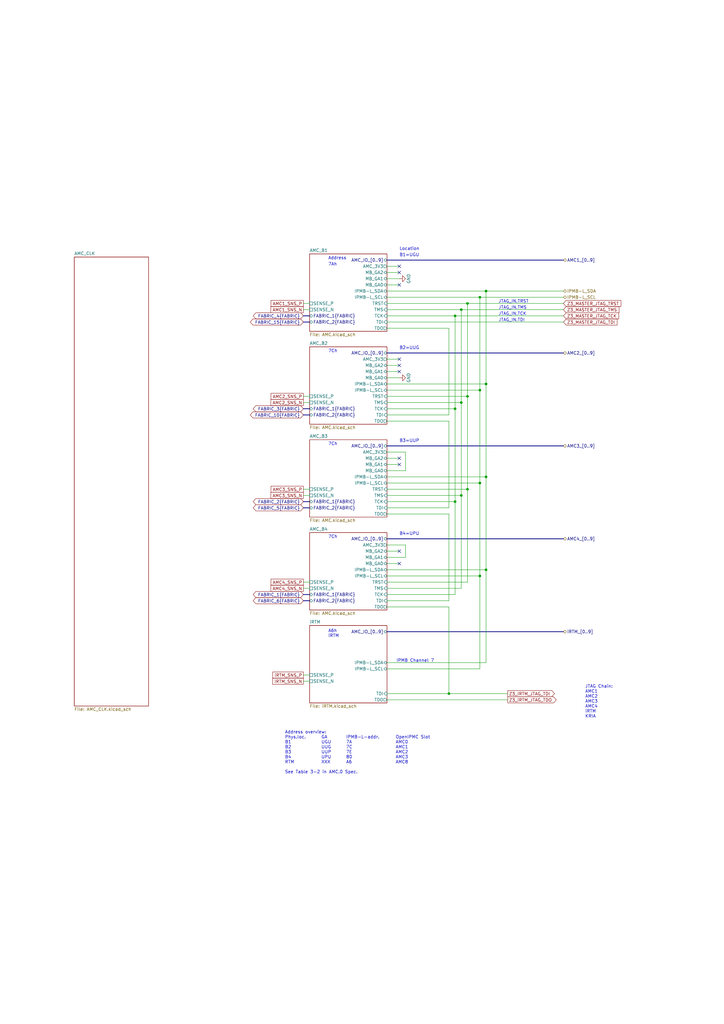
<source format=kicad_sch>
(kicad_sch (version 20211123) (generator eeschema)
  (paper "A3" portrait)
  (title_block (title "ATCA Template") (date "2023-01-05") (rev "1.0") (company "Karlsruhe Institute of Technology (KIT)") (comment 1 "Carsten Schmerbeck") (comment 2 "Luis Ardila") (comment 4 "Licensed under CERN-OHL-P v2"))
  (lib_symbols
    (symbol "power:GND" (power) (pin_names (offset 0))
      (property "Value" "GND" (at 0 -3.81 0))
      (symbol "GND_0_1"
        (polyline (pts (xy 0 0) (xy 0 -1.27) (xy 1.27 -1.27) (xy 0 -2.54) (xy -1.27 -1.27) (xy 0 -1.27)))
      )
      (symbol "GND_1_1"
        (pin power_in line (at 0 0 270) (length 0) hide (name "GND") (number "1"))
      )
    )
  )
  (bus_alias "FABRIC" (members "MB_RX0+" "MB_RX0-" "MB_RX1+" "MB_RX1-" "MB_RX2+" "MB_RX2-" "MB_RX3+" "MB_RX3-" "MB_TX0+" "MB_TX0-" "MB_TX1+" "MB_TX1-" "MB_TX2+" "MB_TX2-" "MB_TX3+" "MB_TX3-"))
  (junction (at 186.69 205.74))
  (junction (at 191.77 200.66))
  (junction (at 199.39 233.68))
  (junction (at 184.15 284.48))
  (junction (at 189.23 127))
  (junction (at 186.69 167.64))
  (junction (at 196.85 121.92))
  (junction (at 191.77 162.56))
  (junction (at 196.85 160.02))
  (junction (at 196.85 236.22))
  (junction (at 199.39 119.38))
  (junction (at 189.23 165.1))
  (junction (at 191.77 124.46))
  (junction (at 186.69 129.54))
  (junction (at 199.39 195.58))
  (junction (at 196.85 198.12))
  (junction (at 189.23 203.2))
  (junction (at 199.39 157.48))
  (no_connect (at 163.83 109.22))
  (no_connect (at 163.83 116.84))
  (no_connect (at 163.83 226.06))
  (no_connect (at 163.83 149.86))
  (no_connect (at 163.83 190.5))
  (no_connect (at 163.83 147.32))
  (no_connect (at 163.83 111.76))
  (no_connect (at 163.83 152.4))
  (no_connect (at 163.83 187.96))
  (no_connect (at 163.83 231.14))
  (wire (pts (xy 158.75 149.86) (xy 163.83 149.86)))
  (wire (pts (xy 124.46 165.1) (xy 127 165.1)))
  (wire (pts (xy 191.77 124.46) (xy 231.14 124.46)))
  (wire (pts (xy 158.75 241.3) (xy 189.23 241.3)))
  (wire (pts (xy 158.75 132.08) (xy 231.14 132.08)))
  (wire (pts (xy 158.75 167.64) (xy 186.69 167.64)))
  (wire (pts (xy 158.75 190.5) (xy 163.83 190.5)))
  (wire (pts (xy 158.75 111.76) (xy 163.83 111.76)))
  (wire (pts (xy 189.23 241.3) (xy 189.23 203.2)))
  (wire (pts (xy 186.69 129.54) (xy 231.14 129.54)))
  (wire (pts (xy 184.15 248.92) (xy 184.15 284.48)))
  (bus (pts (xy 158.75 182.88) (xy 231.14 182.88)))
  (wire (pts (xy 158.75 287.02) (xy 208.28 287.02)))
  (wire (pts (xy 158.75 200.66) (xy 191.77 200.66)))
  (wire (pts (xy 196.85 121.92) (xy 231.14 121.92)))
  (bus (pts (xy 124.46 129.54) (xy 127 129.54)))
  (wire (pts (xy 158.75 236.22) (xy 196.85 236.22)))
  (wire (pts (xy 186.69 205.74) (xy 186.69 243.84)))
  (wire (pts (xy 124.46 127) (xy 127 127)))
  (wire (pts (xy 191.77 124.46) (xy 191.77 162.56)))
  (bus (pts (xy 124.46 208.28) (xy 127 208.28)))
  (wire (pts (xy 158.75 271.78) (xy 199.39 271.78)))
  (wire (pts (xy 124.46 162.56) (xy 127 162.56)))
  (wire (pts (xy 158.75 248.92) (xy 184.15 248.92)))
  (wire (pts (xy 186.69 129.54) (xy 186.69 167.64)))
  (wire (pts (xy 158.75 231.14) (xy 163.83 231.14)))
  (wire (pts (xy 158.75 114.3) (xy 163.83 114.3)))
  (wire (pts (xy 158.75 228.6) (xy 166.37 228.6)))
  (wire (pts (xy 158.75 154.94) (xy 163.83 154.94)))
  (wire (pts (xy 191.77 200.66) (xy 191.77 238.76)))
  (wire (pts (xy 158.75 152.4) (xy 163.83 152.4)))
  (wire (pts (xy 184.15 134.62) (xy 184.15 170.18)))
  (bus (pts (xy 158.75 220.98) (xy 231.14 220.98)))
  (wire (pts (xy 124.46 124.46) (xy 127 124.46)))
  (bus (pts (xy 158.75 106.68) (xy 231.14 106.68)))
  (wire (pts (xy 189.23 127) (xy 158.75 127)))
  (wire (pts (xy 158.75 187.96) (xy 163.83 187.96)))
  (wire (pts (xy 189.23 203.2) (xy 189.23 165.1)))
  (bus (pts (xy 158.75 259.08) (xy 231.14 259.08)))
  (wire (pts (xy 189.23 127) (xy 231.14 127)))
  (wire (pts (xy 124.46 279.4) (xy 127 279.4)))
  (wire (pts (xy 158.75 205.74) (xy 186.69 205.74)))
  (wire (pts (xy 158.75 195.58) (xy 199.39 195.58)))
  (wire (pts (xy 196.85 198.12) (xy 196.85 160.02)))
  (wire (pts (xy 158.75 243.84) (xy 186.69 243.84)))
  (wire (pts (xy 158.75 116.84) (xy 163.83 116.84)))
  (wire (pts (xy 158.75 284.48) (xy 184.15 284.48)))
  (bus (pts (xy 158.75 144.78) (xy 231.14 144.78)))
  (bus (pts (xy 124.46 167.64) (xy 127 167.64)))
  (wire (pts (xy 158.75 226.06) (xy 163.83 226.06)))
  (wire (pts (xy 158.75 157.48) (xy 199.39 157.48)))
  (wire (pts (xy 158.75 246.38) (xy 184.15 246.38)))
  (wire (pts (xy 199.39 119.38) (xy 231.14 119.38)))
  (wire (pts (xy 158.75 147.32) (xy 163.83 147.32)))
  (wire (pts (xy 158.75 198.12) (xy 196.85 198.12)))
  (wire (pts (xy 166.37 185.42) (xy 166.37 193.04)))
  (wire (pts (xy 158.75 238.76) (xy 191.77 238.76)))
  (bus (pts (xy 124.46 170.18) (xy 127 170.18)))
  (bus (pts (xy 124.46 243.84) (xy 127 243.84)))
  (wire (pts (xy 184.15 210.82) (xy 184.15 246.38)))
  (bus (pts (xy 124.46 246.38) (xy 127 246.38)))
  (wire (pts (xy 158.75 129.54) (xy 186.69 129.54)))
  (wire (pts (xy 196.85 274.32) (xy 196.85 236.22)))
  (wire (pts (xy 199.39 271.78) (xy 199.39 233.68)))
  (bus (pts (xy 124.46 205.74) (xy 127 205.74)))
  (wire (pts (xy 158.75 208.28) (xy 184.15 208.28)))
  (wire (pts (xy 158.75 274.32) (xy 196.85 274.32)))
  (wire (pts (xy 196.85 160.02) (xy 196.85 121.92)))
  (wire (pts (xy 189.23 165.1) (xy 189.23 127)))
  (wire (pts (xy 199.39 233.68) (xy 199.39 195.58)))
  (wire (pts (xy 124.46 241.3) (xy 127 241.3)))
  (wire (pts (xy 191.77 162.56) (xy 191.77 200.66)))
  (wire (pts (xy 158.75 170.18) (xy 184.15 170.18)))
  (wire (pts (xy 158.75 193.04) (xy 166.37 193.04)))
  (wire (pts (xy 199.39 157.48) (xy 199.39 119.38)))
  (wire (pts (xy 199.39 195.58) (xy 199.39 157.48)))
  (wire (pts (xy 158.75 134.62) (xy 184.15 134.62)))
  (wire (pts (xy 158.75 160.02) (xy 196.85 160.02)))
  (wire (pts (xy 196.85 236.22) (xy 196.85 198.12)))
  (wire (pts (xy 184.15 172.72) (xy 184.15 208.28)))
  (bus (pts (xy 124.46 132.08) (xy 127 132.08)))
  (wire (pts (xy 158.75 119.38) (xy 199.39 119.38)))
  (wire (pts (xy 158.75 124.46) (xy 191.77 124.46)))
  (wire (pts (xy 186.69 167.64) (xy 186.69 205.74)))
  (wire (pts (xy 158.75 223.52) (xy 166.37 223.52)))
  (wire (pts (xy 158.75 121.92) (xy 196.85 121.92)))
  (wire (pts (xy 166.37 223.52) (xy 166.37 228.6)))
  (wire (pts (xy 184.15 284.48) (xy 208.28 284.48)))
  (wire (pts (xy 158.75 210.82) (xy 184.15 210.82)))
  (wire (pts (xy 124.46 276.86) (xy 127 276.86)))
  (wire (pts (xy 158.75 185.42) (xy 166.37 185.42)))
  (wire (pts (xy 158.75 172.72) (xy 184.15 172.72)))
  (wire (pts (xy 158.75 109.22) (xy 163.83 109.22)))
  (wire (pts (xy 158.75 165.1) (xy 189.23 165.1)))
  (wire (pts (xy 158.75 203.2) (xy 189.23 203.2)))
  (wire (pts (xy 124.46 238.76) (xy 127 238.76)))
  (wire (pts (xy 124.46 200.66) (xy 127 200.66)))
  (wire (pts (xy 158.75 162.56) (xy 191.77 162.56)))
  (wire (pts (xy 158.75 233.68) (xy 199.39 233.68)))
  (wire (pts (xy 124.46 203.2) (xy 127 203.2)))
  (text "7Ch" (at 134.62 144.78 0) (effects (font (size 1.27 1.27)) (justify left bottom)))
  (text "JTAG_IN.TDI" (at 204.47 132.08 0) (effects (font (size 1.27 1.27)) (justify left bottom)))
  (text "JTAG_IN.TMS" (at 204.47 127 0) (effects (font (size 1.27 1.27)) (justify left bottom)))
  (text "B2=UUG" (at 163.83 143.51 0) (effects (font (size 1.27 1.27)) (justify left bottom)))
  (text "JTAG_IN.TRST" (at 204.47 124.46 0) (effects (font (size 1.27 1.27)) (justify left bottom)))
  (text "7Ah" (at 134.62 109.22 0) (effects (font (size 1.27 1.27)) (justify left bottom)))
  (text "B4=UPU" (at 163.83 219.71 0) (effects (font (size 1.27 1.27)) (justify left bottom)))
  (text "B3=UUP" (at 163.83 181.61 0) (effects (font (size 1.27 1.27)) (justify left bottom)))
  (text "JTAG Chain:\nAMC1\nAMC2\nAMC3\nAMC4\niRTM\nKRIA" (at 240.03 294.64 0) (effects (font (size 1.27 1.27)) (justify left bottom)))
  (text "Address" (at 134.62 106.68 0) (effects (font (size 1.27 1.27)) (justify left bottom)))
  (text "JTAG_IN.TCK" (at 204.47 129.54 0) (effects (font (size 1.27 1.27)) (justify left bottom)))
  (text "7Ch" (at 134.62 182.88 0) (effects (font (size 1.27 1.27)) (justify left bottom)))
  (text "B1=UGU" (at 163.83 105.41 0) (effects (font (size 1.27 1.27)) (justify left bottom)))
  (text "IPMB Channel 7" (at 162.56 271.78 0) (effects (font (size 1.27 1.27)) (justify left bottom)))
  (text "Location" (at 163.83 102.87 0) (effects (font (size 1.27 1.27)) (justify left bottom)))
  (text "Address overview:\nPhys.loc.	GA		IPMB-L-addr. 	OpenIPMC Slot\nB1			UGU		7A				AMC0\nB2			UUG		7C				AMC1\nB3			UUP		7E				AMC2\nB4			UPU		80				AMC3\nRTM			XXX		A6				AMC8\n\nSee Table 3-2 in AMC.0 Spec." (at 116.84 317.5 0) (effects (font (size 1.27 1.27)) (justify left bottom)))
  (text "A6h\niRTM" (at 134.62 261.62 0) (effects (font (size 1.27 1.27)) (justify left bottom)))
  (text "7Ch" (at 134.62 220.98 0) (effects (font (size 1.27 1.27)) (justify left bottom)))
  (global_label "Z3_iRTM_JTAG_TDO" (shape output) (at 208.28 287.02 0) (property "Intersheet References" "${INTERSHEET_REFS}" (effects hide)))
  (global_label "Z3_MASTER_JTAG_TDI" (shape input) (at 231.14 132.08 0) (property "Intersheet References" "${INTERSHEET_REFS}" (effects hide)))
  (global_label "FABRIC_15{FABRIC}" (shape bidirectional) (at 124.46 132.08 180) (property "Intersheet References" "${INTERSHEET_REFS}" (effects hide)))
  (global_label "AMC1_SNS_N" (shape passive) (at 124.46 127 180) (property "Intersheet References" "${INTERSHEET_REFS}" (effects hide)))
  (global_label "iRTM_SNS_P" (shape passive) (at 124.46 276.86 180) (property "Intersheet References" "${INTERSHEET_REFS}" (effects hide)))
  (global_label "AMC4_SNS_N" (shape passive) (at 124.46 241.3 180) (property "Intersheet References" "${INTERSHEET_REFS}" (effects hide)))
  (global_label "iRTM_SNS_N" (shape passive) (at 124.46 279.4 180) (property "Intersheet References" "${INTERSHEET_REFS}" (effects hide)))
  (global_label "AMC3_SNS_P" (shape passive) (at 124.46 200.66 180) (property "Intersheet References" "${INTERSHEET_REFS}" (effects hide)))
  (global_label "AMC4_SNS_P" (shape passive) (at 124.46 238.76 180) (property "Intersheet References" "${INTERSHEET_REFS}" (effects hide)))
  (global_label "FABRIC_5{FABRIC}" (shape bidirectional) (at 124.46 208.28 180) (property "Intersheet References" "${INTERSHEET_REFS}" (effects hide)))
  (global_label "FABRIC_2{FABRIC}" (shape bidirectional) (at 124.46 205.74 180) (property "Intersheet References" "${INTERSHEET_REFS}" (effects hide)))
  (global_label "AMC3_SNS_N" (shape passive) (at 124.46 203.2 180) (property "Intersheet References" "${INTERSHEET_REFS}" (effects hide)))
  (global_label "Z3_MASTER_JTAG_TCK" (shape input) (at 231.14 129.54 0) (property "Intersheet References" "${INTERSHEET_REFS}" (effects hide)))
  (global_label "Z3_iRTM_JTAG_TDI" (shape output) (at 208.28 284.48 0) (property "Intersheet References" "${INTERSHEET_REFS}" (effects hide)))
  (global_label "Z3_MASTER_JTAG_TRST" (shape input) (at 231.14 124.46 0) (property "Intersheet References" "${INTERSHEET_REFS}" (effects hide)))
  (global_label "FABRIC_1{FABRIC}" (shape bidirectional) (at 124.46 243.84 180) (property "Intersheet References" "${INTERSHEET_REFS}" (effects hide)))
  (global_label "AMC2_SNS_N" (shape passive) (at 124.46 165.1 180) (property "Intersheet References" "${INTERSHEET_REFS}" (effects hide)))
  (global_label "FABRIC_6{FABRIC}" (shape bidirectional) (at 124.46 246.38 180) (property "Intersheet References" "${INTERSHEET_REFS}" (effects hide)))
  (global_label "Z3_MASTER_JTAG_TMS" (shape input) (at 231.14 127 0) (property "Intersheet References" "${INTERSHEET_REFS}" (effects hide)))
  (global_label "FABRIC_3{FABRIC}" (shape bidirectional) (at 124.46 167.64 180) (property "Intersheet References" "${INTERSHEET_REFS}" (effects hide)))
  (global_label "FABRIC_10{FABRIC}" (shape bidirectional) (at 124.46 170.18 180) (property "Intersheet References" "${INTERSHEET_REFS}" (effects hide)))
  (global_label "AMC1_SNS_P" (shape passive) (at 124.46 124.46 180) (property "Intersheet References" "${INTERSHEET_REFS}" (effects hide)))
  (global_label "AMC2_SNS_P" (shape passive) (at 124.46 162.56 180) (property "Intersheet References" "${INTERSHEET_REFS}" (effects hide)))
  (global_label "FABRIC_4{FABRIC}" (shape bidirectional) (at 124.46 129.54 180) (property "Intersheet References" "${INTERSHEET_REFS}" (effects hide)))
  (hierarchical_label "IPMB-L_SDA" (shape bidirectional) (at 231.14 119.38 0))
  (hierarchical_label "AMC4_[0..9]" (shape bidirectional) (at 231.14 220.98 0))
  (hierarchical_label "AMC3_[0..9]" (shape bidirectional) (at 231.14 182.88 0))
  (hierarchical_label "iRTM_[0..9]" (shape bidirectional) (at 231.14 259.08 0))
  (hierarchical_label "AMC1_[0..9]" (shape bidirectional) (at 231.14 106.68 0))
  (hierarchical_label "IPMB-L_SCL" (shape bidirectional) (at 231.14 121.92 0))
  (hierarchical_label "AMC2_[0..9]" (shape bidirectional) (at 231.14 144.78 0))
  (symbol (lib_id "power:GND") (at 163.83 114.3 90) (unit 1)
    (property "Reference" "#PWR0689" (effects hide))
    (property "Value" "GND" (at 167.64 114.3 0))
  )
  (symbol (lib_id "power:GND") (at 163.83 154.94 90) (unit 1)
    (property "Reference" "#PWR0690" (effects hide))
    (property "Value" "GND" (at 167.64 154.94 0))
  )
  (sheet (at 127 104.14) (size 31.75 31.75) (stroke (width 0.1524))
    (property "Sheet name" "AMC_B1" (at 127 103.4284 0) (effects (justify left bottom)))
    (property "Sheet file" "AMC.kicad_sch" (at 127 136.4746 0) (effects (justify left top)))
    (pin "AMC_IO_[0..9]" bidirectional (at 158.75 106.68 0))
    (pin "MB_GA2" bidirectional (at 158.75 111.76 0))
    (pin "MB_GA1" bidirectional (at 158.75 114.3 0))
    (pin "MB_GA0" bidirectional (at 158.75 116.84 0))
    (pin "AMC_3V3" output (at 158.75 109.22 0))
    (pin "IPMB-L_SCL" bidirectional (at 158.75 121.92 0))
    (pin "IPMB-L_SDA" bidirectional (at 158.75 119.38 0))
    (pin "TCK" input (at 158.75 129.54 0))
    (pin "TMS" input (at 158.75 127 0))
    (pin "TRST" input (at 158.75 124.46 0))
    (pin "TDI" input (at 158.75 132.08 0))
    (pin "TDO" output (at 158.75 134.62 0))
    (pin "SENSE_P" passive (at 127 124.46 180))
    (pin "SENSE_N" passive (at 127 127 180))
    (pin "FABRIC_1{FABRIC}" bidirectional (at 127 129.54 180))
    (pin "FABRIC_2{FABRIC}" bidirectional (at 127 132.08 180))
  )
  (sheet (at 127 256.54) (size 31.75 31.75) (stroke (width 0.1524))
    (property "Sheet name" "iRTM" (at 127 255.8284 0) (effects (justify left bottom)))
    (property "Sheet file" "iRTM.kicad_sch" (at 127 288.8746 0) (effects (justify left top)))
    (pin "IPMB-L_SDA" bidirectional (at 158.75 271.78 0))
    (pin "IPMB-L_SCL" bidirectional (at 158.75 274.32 0))
    (pin "AMC_IO_[0..9]" bidirectional (at 158.75 259.08 0))
    (pin "TDO" output (at 158.75 287.02 0))
    (pin "TDI" input (at 158.75 284.48 0))
    (pin "SENSE_P" passive (at 127 276.86 180))
    (pin "SENSE_N" passive (at 127 279.4 180))
  )
  (sheet (at 127 218.44) (size 31.75 31.75) (stroke (width 0.1524))
    (property "Sheet name" "AMC_B4" (at 127 217.7284 0) (effects (justify left bottom)))
    (property "Sheet file" "AMC.kicad_sch" (at 127 250.7746 0) (effects (justify left top)))
    (pin "AMC_IO_[0..9]" bidirectional (at 158.75 220.98 0))
    (pin "MB_GA2" bidirectional (at 158.75 226.06 0))
    (pin "MB_GA1" bidirectional (at 158.75 228.6 0))
    (pin "MB_GA0" bidirectional (at 158.75 231.14 0))
    (pin "AMC_3V3" output (at 158.75 223.52 0))
    (pin "IPMB-L_SCL" bidirectional (at 158.75 236.22 0))
    (pin "IPMB-L_SDA" bidirectional (at 158.75 233.68 0))
    (pin "TCK" input (at 158.75 243.84 0))
    (pin "TMS" input (at 158.75 241.3 0))
    (pin "TRST" input (at 158.75 238.76 0))
    (pin "TDI" input (at 158.75 246.38 0))
    (pin "TDO" output (at 158.75 248.92 0))
    (pin "SENSE_P" passive (at 127 238.76 180))
    (pin "SENSE_N" passive (at 127 241.3 180))
    (pin "FABRIC_1{FABRIC}" bidirectional (at 127 243.84 180))
    (pin "FABRIC_2{FABRIC}" bidirectional (at 127 246.38 180))
  )
  (sheet (at 127 142.24) (size 31.75 31.75) (stroke (width 0.1524))
    (property "Sheet name" "AMC_B2" (at 127 141.5284 0) (effects (justify left bottom)))
    (property "Sheet file" "AMC.kicad_sch" (at 127 174.5746 0) (effects (justify left top)))
    (pin "AMC_IO_[0..9]" bidirectional (at 158.75 144.78 0))
    (pin "MB_GA2" bidirectional (at 158.75 149.86 0))
    (pin "MB_GA1" bidirectional (at 158.75 152.4 0))
    (pin "MB_GA0" bidirectional (at 158.75 154.94 0))
    (pin "AMC_3V3" output (at 158.75 147.32 0))
    (pin "IPMB-L_SCL" bidirectional (at 158.75 160.02 0))
    (pin "IPMB-L_SDA" bidirectional (at 158.75 157.48 0))
    (pin "TCK" input (at 158.75 167.64 0))
    (pin "TMS" input (at 158.75 165.1 0))
    (pin "TRST" input (at 158.75 162.56 0))
    (pin "TDI" input (at 158.75 170.18 0))
    (pin "TDO" output (at 158.75 172.72 0))
    (pin "SENSE_P" passive (at 127 162.56 180))
    (pin "SENSE_N" passive (at 127 165.1 180))
    (pin "FABRIC_1{FABRIC}" bidirectional (at 127 167.64 180))
    (pin "FABRIC_2{FABRIC}" bidirectional (at 127 170.18 180))
  )
  (sheet (at 127 180.34) (size 31.75 31.75) (stroke (width 0.1524))
    (property "Sheet name" "AMC_B3" (at 127 179.6284 0) (effects (justify left bottom)))
    (property "Sheet file" "AMC.kicad_sch" (at 127 212.6746 0) (effects (justify left top)))
    (pin "AMC_IO_[0..9]" bidirectional (at 158.75 182.88 0))
    (pin "MB_GA2" bidirectional (at 158.75 187.96 0))
    (pin "MB_GA1" bidirectional (at 158.75 190.5 0))
    (pin "MB_GA0" bidirectional (at 158.75 193.04 0))
    (pin "AMC_3V3" output (at 158.75 185.42 0))
    (pin "IPMB-L_SCL" bidirectional (at 158.75 198.12 0))
    (pin "IPMB-L_SDA" bidirectional (at 158.75 195.58 0))
    (pin "TCK" input (at 158.75 205.74 0))
    (pin "TMS" input (at 158.75 203.2 0))
    (pin "TRST" input (at 158.75 200.66 0))
    (pin "TDI" input (at 158.75 208.28 0))
    (pin "TDO" output (at 158.75 210.82 0))
    (pin "SENSE_P" passive (at 127 200.66 180))
    (pin "SENSE_N" passive (at 127 203.2 180))
    (pin "FABRIC_1{FABRIC}" bidirectional (at 127 205.74 180))
    (pin "FABRIC_2{FABRIC}" bidirectional (at 127 208.28 180))
  )
  (sheet (at 30.48 105.41) (size 30.48 184.15) (stroke (width 0.1524))
    (property "Sheet name" "AMC_CLK" (at 30.48 104.6984 0) (effects (justify left bottom)))
    (property "Sheet file" "AMC_CLK.kicad_sch" (at 30.48 290.1446 0) (effects (justify left top)))
  )
)
</source>
